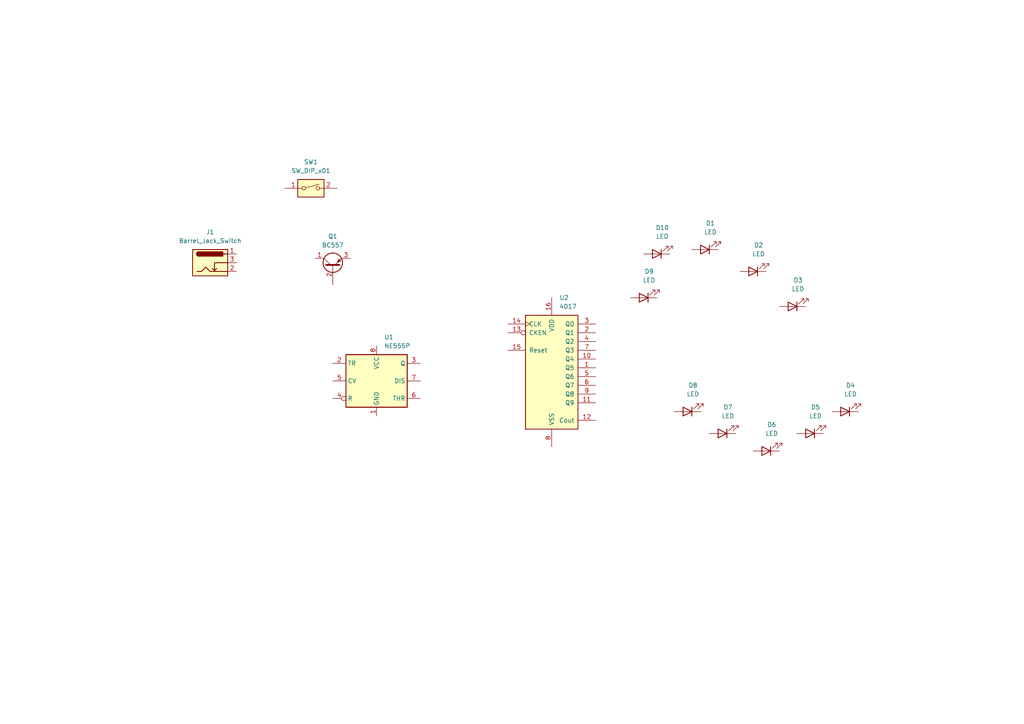
<source format=kicad_sch>
(kicad_sch (version 20231120) (generator "eeschema") (generator_version "8.0")
  (paper "A4")
  (lib_symbols
    (symbol "4xxx:4017" (pin_names (offset 1.016))
      (property "Reference" "U" (at -7.62 16.51 0))
      (property "Value" "4017" (at -7.62 -19.05 0))
      (symbol "4017_1_0"
        (pin output line (at 12.7 0 180) (length 5.08) (name "Q5") (number "1"))
        (pin output line (at 12.7 2.54 180) (length 5.08) (name "Q4") (number "10"))
        (pin output line (at 12.7 -10.16 180) (length 5.08) (name "Q9") (number "11"))
        (pin output line (at 12.7 -15.24 180) (length 5.08) (name "Cout") (number "12"))
        (pin input inverted (at -12.7 10.16 0) (length 5.08) (name "CKEN") (number "13"))
        (pin input clock (at -12.7 12.7 0) (length 5.08) (name "CLK") (number "14"))
        (pin input line (at -12.7 5.08 0) (length 5.08) (name "Reset") (number "15"))
        (pin power_in line (at 0 20.32 270) (length 5.08) (name "VDD") (number "16"))
        (pin output line (at 12.7 10.16 180) (length 5.08) (name "Q1") (number "2"))
        (pin output line (at 12.7 12.7 180) (length 5.08) (name "Q0") (number "3"))
        (pin output line (at 12.7 7.62 180) (length 5.08) (name "Q2") (number "4"))
        (pin output line (at 12.7 -2.54 180) (length 5.08) (name "Q6") (number "5"))
        (pin output line (at 12.7 -5.08 180) (length 5.08) (name "Q7") (number "6"))
        (pin output line (at 12.7 5.08 180) (length 5.08) (name "Q3") (number "7"))
        (pin power_in line (at 0 -22.86 90) (length 5.08) (name "VSS") (number "8"))
        (pin output line (at 12.7 -7.62 180) (length 5.08) (name "Q8") (number "9"))
      )
      (symbol "4017_1_1"
        (rectangle (start -7.62 15.24) (end 7.62 -17.78) (stroke (width 0.254)) (fill (type background)))
      )
    )
    (symbol "Connector:Barrel_Jack_Switch" (pin_names hide)
      (property "Reference" "J" (at 0 5.334 0))
      (property "Value" "Barrel_Jack_Switch" (at 0 -5.08 0))
      (symbol "Barrel_Jack_Switch_0_1"
        (rectangle (start -5.08 3.81) (end 5.08 -3.81) (stroke (width 0.254)) (fill (type background)))
        (arc (start -3.302 3.175) (mid -3.9343 2.54) (end -3.302 1.905) (stroke (width 0.254)))
        (arc (start -3.302 3.175) (mid -3.9343 2.54) (end -3.302 1.905) (stroke (width 0.254)) (fill (type outline)))
        (polyline (pts (xy 1.27 -2.286) (xy 1.905 -1.651)) (stroke (width 0.254)))
        (polyline (pts (xy 5.08 2.54) (xy 3.81 2.54)) (stroke (width 0.254)))
        (polyline (pts (xy 5.08 0) (xy 1.27 0) (xy 1.27 -2.286) (xy 0.635 -1.651)) (stroke (width 0.254)))
        (polyline (pts (xy -3.81 -2.54) (xy -2.54 -2.54) (xy -1.27 -1.27) (xy 0 -2.54) (xy 2.54 -2.54) (xy 5.08 -2.54)) (stroke (width 0.254)))
        (rectangle (start 3.683 3.175) (end -3.302 1.905) (stroke (width 0.254)) (fill (type outline)))
      )
      (symbol "Barrel_Jack_Switch_1_1"
        (pin passive line (at 7.62 2.54 180) (length 2.54) (name "~") (number "1"))
        (pin passive line (at 7.62 -2.54 180) (length 2.54) (name "~") (number "2"))
        (pin passive line (at 7.62 0 180) (length 2.54) (name "~") (number "3"))
      )
    )
    (symbol "Device:LED" (pin_numbers hide) (pin_names (offset 1.016) hide)
      (property "Reference" "D" (at 0 2.54 0))
      (property "Value" "LED" (at 0 -2.54 0))
      (symbol "LED_0_1"
        (polyline (pts (xy -1.27 -1.27) (xy -1.27 1.27)) (stroke (width 0.254)))
        (polyline (pts (xy -1.27 0) (xy 1.27 0)))
        (polyline (pts (xy 1.27 -1.27) (xy 1.27 1.27) (xy -1.27 0) (xy 1.27 -1.27)) (stroke (width 0.254)))
        (polyline (pts (xy -3.048 -0.762) (xy -4.572 -2.286) (xy -3.81 -2.286) (xy -4.572 -2.286) (xy -4.572 -1.524)))
        (polyline (pts (xy -1.778 -0.762) (xy -3.302 -2.286) (xy -2.54 -2.286) (xy -3.302 -2.286) (xy -3.302 -1.524)))
      )
      (symbol "LED_1_1"
        (pin passive line (at -3.81 0 0) (length 2.54) (name "K") (number "1"))
        (pin passive line (at 3.81 0 180) (length 2.54) (name "A") (number "2"))
      )
    )
    (symbol "Switch:SW_DIP_x01" (pin_names (offset 0) hide)
      (property "Reference" "SW" (at 0 3.81 0))
      (property "Value" "SW_DIP_x01" (at 0 -3.81 0))
      (symbol "SW_DIP_x01_0_0"
        (circle (center -2.032 0) (radius 0.508))
        (polyline (pts (xy -1.524 0.127) (xy 2.3622 1.1684)))
        (circle (center 2.032 0) (radius 0.508))
      )
      (symbol "SW_DIP_x01_0_1"
        (rectangle (start -3.81 2.54) (end 3.81 -2.54) (stroke (width 0.254)) (fill (type background)))
      )
      (symbol "SW_DIP_x01_1_1"
        (pin passive line (at -7.62 0 0) (length 5.08) (name "~") (number "1"))
        (pin passive line (at 7.62 0 180) (length 5.08) (name "~") (number "2"))
      )
    )
    (symbol "Timer:NE555P"
      (property "Reference" "U" (at -10.16 8.89 0))
      (property "Value" "NE555P" (at 2.54 8.89 0))
      (symbol "NE555P_0_0"
        (pin power_in line (at 0 -10.16 90) (length 2.54) (name "GND") (number "1"))
        (pin power_in line (at 0 10.16 270) (length 2.54) (name "VCC") (number "8"))
      )
      (symbol "NE555P_0_1"
        (rectangle (start -8.89 -7.62) (end 8.89 7.62) (stroke (width 0.254)) (fill (type background)))
        (rectangle (start -8.89 -7.62) (end 8.89 7.62) (stroke (width 0.254)) (fill (type background)))
      )
      (symbol "NE555P_1_1"
        (pin input line (at -12.7 5.08 0) (length 3.81) (name "TR") (number "2"))
        (pin output line (at 12.7 5.08 180) (length 3.81) (name "Q") (number "3"))
        (pin input inverted (at -12.7 -5.08 0) (length 3.81) (name "R") (number "4"))
        (pin input line (at -12.7 0 0) (length 3.81) (name "CV") (number "5"))
        (pin input line (at 12.7 -5.08 180) (length 3.81) (name "THR") (number "6"))
        (pin input line (at 12.7 0 180) (length 3.81) (name "DIS") (number "7"))
      )
    )
    (symbol "Transistor_BJT:BC557" (pin_names (offset 0) hide)
      (property "Reference" "Q" (at 5.08 1.905 0))
      (property "Value" "BC557" (at 5.08 0 0))
      (symbol "BC557_0_1"
        (polyline (pts (xy 0.635 0.635) (xy 2.54 2.54)))
        (polyline (pts (xy 0.635 -0.635) (xy 2.54 -2.54) (xy 2.54 -2.54)))
        (polyline (pts (xy 0.635 1.905) (xy 0.635 -1.905) (xy 0.635 -1.905)) (stroke (width 0.508)))
        (polyline (pts (xy 2.286 -1.778) (xy 1.778 -2.286) (xy 1.27 -1.27) (xy 2.286 -1.778) (xy 2.286 -1.778)) (fill (type outline)))
        (circle (center 1.27 0) (radius 2.8194) (stroke (width 0.254)))
      )
      (symbol "BC557_1_1"
        (pin passive line (at 2.54 5.08 270) (length 2.54) (name "C") (number "1"))
        (pin input line (at -5.08 0 0) (length 5.715) (name "B") (number "2"))
        (pin passive line (at 2.54 -5.08 90) (length 2.54) (name "E") (number "3"))
      )
    )
  )
  (symbol (lib_id "Device:LED") (at 204.47 72.39 180) (unit 1)
    (property "Reference" "D1" (at 206.0575 64.77 0))
    (property "Value" "LED" (at 206.0575 67.31 0))
    (property "Description" "Light emitting diode" (effects (hide yes)))
  )
  (symbol (lib_id "Device:LED") (at 234.95 125.73 180) (unit 1)
    (property "Reference" "D5" (at 236.5375 118.11 0))
    (property "Value" "LED" (at 236.5375 120.65 0))
    (property "Description" "Light emitting diode" (effects (hide yes)))
  )
  (symbol (lib_id "Device:LED") (at 190.5 73.66 180) (unit 1)
    (property "Reference" "D10" (at 192.0875 66.04 0))
    (property "Value" "LED" (at 192.0875 68.58 0))
    (property "Description" "Light emitting diode" (effects (hide yes)))
  )
  (symbol (lib_id "Device:LED") (at 186.69 86.36 180) (unit 1)
    (property "Reference" "D9" (at 188.2775 78.74 0))
    (property "Value" "LED" (at 188.2775 81.28 0))
    (property "Description" "Light emitting diode" (effects (hide yes)))
  )
  (symbol (lib_id "Device:LED") (at 229.87 88.9 180) (unit 1)
    (property "Reference" "D3" (at 231.4575 81.28 0))
    (property "Value" "LED" (at 231.4575 83.82 0))
    (property "Description" "Light emitting diode" (effects (hide yes)))
  )
  (symbol (lib_id "Transistor_BJT:BC557") (at 96.52 77.47 90) (unit 1)
    (property "Reference" "Q1" (at 96.52 68.58 90))
    (property "Value" "BC557" (at 96.52 71.12 90))
    (property "Footprint" "Package_TO_SOT_THT:TO-92_Inline" (effects (hide yes)))
    (property "Datasheet" "https://www.onsemi.com/pub/Collateral/BC556BTA-D.pdf" (effects (hide yes)))
    (property "Description" "0.1A Ic, 45V Vce, PNP Small Signal Transistor, TO-92" (effects (hide yes)))
  )
  (symbol (lib_id "Device:LED") (at 245.11 119.38 180) (unit 1)
    (property "Reference" "D4" (at 246.6975 111.76 0))
    (property "Value" "LED" (at 246.6975 114.3 0))
    (property "Description" "Light emitting diode" (effects (hide yes)))
  )
  (symbol (lib_id "Switch:SW_DIP_x01") (at 90.17 54.61 0) (unit 1)
    (property "Reference" "SW1" (at 90.17 46.99 0))
    (property "Value" "SW_DIP_x01" (at 90.17 49.53 0))
    (property "Footprint" "Button_Switch_THT:SW_DIP_SPSTx01_Slide_9.78x4.72mm_W7.62mm_P2.54mm" (effects (hide yes)))
    (property "Description" "1x DIP Switch, Single Pole Single Throw (SPST) switch, small symbol" (effects (hide yes)))
  )
  (symbol (lib_id "Connector:Barrel_Jack_Switch") (at 60.96 76.2 0) (unit 1)
    (property "Reference" "J1" (at 60.96 67.31 0))
    (property "Value" "Barrel_Jack_Switch" (at 60.96 69.85 0))
    (property "Footprint" "Connector_BarrelJack:BarrelJack_GCT_DCJ200-10-A_Horizontal" (effects (hide yes)))
    (property "Description" "DC Barrel Jack with an internal switch" (effects (hide yes)))
  )
  (symbol (lib_id "Device:LED") (at 209.55 125.73 180) (unit 1)
    (property "Reference" "D7" (at 211.1375 118.11 0))
    (property "Value" "LED" (at 211.1375 120.65 0))
    (property "Description" "Light emitting diode" (effects (hide yes)))
  )
  (symbol (lib_id "Device:LED") (at 199.39 119.38 180) (unit 1)
    (property "Reference" "D8" (at 200.9775 111.76 0))
    (property "Value" "LED" (at 200.9775 114.3 0))
    (property "Description" "Light emitting diode" (effects (hide yes)))
  )
  (symbol (lib_id "Timer:NE555P") (at 109.22 110.49 0) (unit 1)
    (property "Reference" "U1" (at 111.4141 97.79 0) (effects (justify left)))
    (property "Value" "NE555P" (at 111.4141 100.33 0) (effects (justify left)))
    (property "Footprint" "Package_DIP:DIP-8_W7.62mm" (effects (hide yes)))
    (property "Datasheet" "http://www.ti.com/lit/ds/symlink/ne555.pdf" (effects (hide yes)))
    (property "Description" "Precision Timers, 555 compatible,  PDIP-8" (effects (hide yes)))
  )
  (symbol (lib_id "4xxx:4017") (at 160.02 106.68 0) (unit 1)
    (property "Reference" "U2" (at 162.2141 86.36 0) (effects (justify left)))
    (property "Value" "4017" (at 162.2141 88.9 0) (effects (justify left)))
    (property "Datasheet" "http://www.intersil.com/content/dam/Intersil/documents/cd40/cd4017bms-22bms.pdf" (effects (hide yes)))
    (property "Description" "Johnson Counter ( 10 outputs )" (effects (hide yes)))
  )
  (symbol (lib_id "Device:LED") (at 222.25 130.81 180) (unit 1)
    (property "Reference" "D6" (at 223.8375 123.19 0))
    (property "Value" "LED" (at 223.8375 125.73 0))
    (property "Description" "Light emitting diode" (effects (hide yes)))
  )
  (symbol (lib_id "Device:LED") (at 218.44 78.74 180) (unit 1)
    (property "Reference" "D2" (at 220.0275 71.12 0))
    (property "Value" "LED" (at 220.0275 73.66 0))
    (property "Description" "Light emitting diode" (effects (hide yes)))
  )
)
</source>
